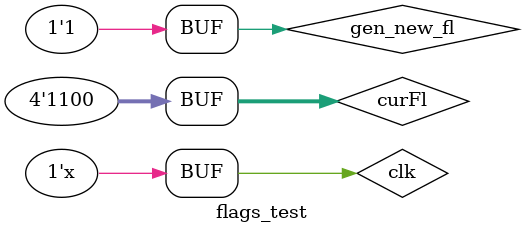
<source format=sv>
module flags_test();

logic clk;
logic gen_new_fl;
logic [3:0] curFl, lsdFla;

flags flags_tst(gen_new_fl, curFl, lsdFla);

always begin 
 #1 clk = ~clk;
end

initial begin
	clk = 0;
	gen_new_fl = 0;
	curFl = 4'b1001;
	
	#4 gen_new_fl = 1;
	#5 curFl = 4'b0110;
	#4 gen_new_fl = 0;
	#10 curFl = 4'b1100;
	#4  gen_new_fl = 1;
	
end

endmodule
</source>
